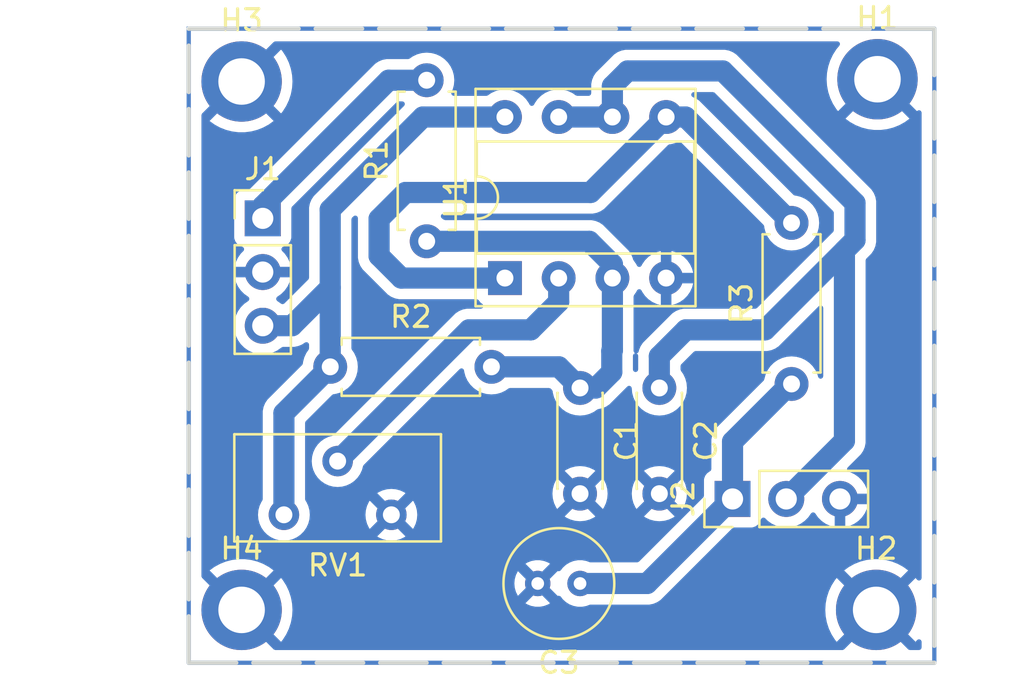
<source format=kicad_pcb>
(kicad_pcb (version 20240108) (generator "pcbnew") (generator_version "8.0")
  (layers (0 "F.Cu" signal) (31 "B.Cu" signal) (34 "B.Paste" user) (35 "F.Paste" user) (36 "B.SilkS" user "B.Silkscreen") (37 "F.SilkS" user "F.Silkscreen") (38 "B.Mask" user) (39 "F.Mask" user) (44 "Edge.Cuts" user))
  (net 0 "")
  (net 1 "GND_G1")
  (net 2 "D_hall")
  (net 3 "3.3V")
  (net 4 "Net-(J1-Pin_1)")
  (net 5 "Net-(U1A-+)")
  (net 6 "Net-(U1B-+)")
  (net 7 "Net-(U1A--)")
  (footprint "MountingHole:MountingHole_2.2mm_M2_DIN965_Pad" (layer "F.Cu") (at 77.5 52.25)
    (property "Reference" "H4" (at 0 -2.9 0) (layer "F.SilkS"))
    (property "Value" "MountingHole_Pad")
    (pad "1" thru_hole circle (at 0 0) (size 3.8 3.8) (drill 2.2) (layers "*.Cu" "*.Mask") (net 1 "GND_G1"))
  )
  (footprint "MountingHole:MountingHole_2.2mm_M2_DIN965_Pad" (layer "F.Cu") (at 77.5 27.25)
    (property "Reference" "H3" (at 0 -2.9 0) (layer "F.SilkS"))
    (property "Value" "MountingHole_Pad")
    (pad "1" thru_hole circle (at 0 0) (size 3.8 3.8) (drill 2.2) (layers "*.Cu" "*.Mask") (net 1 "GND_G1"))
  )
  (footprint "Resistor_THT:R_Axial_DIN0207_L6.3mm_D2.5mm_P7.62mm_Horizontal" (layer "F.Cu") (at 81.69 40.75)
    (property "Reference" "R2" (at 3.81 -2.37 0) (layer "F.SilkS"))
    (property "Value" "1k")
    (fp_line (start 0.54 -1.37) (end 7.08 -1.37) (stroke (width 0.12)) (layer "F.SilkS"))
    (fp_line (start 0.54 -1.04) (end 0.54 -1.37) (stroke (width 0.12)) (layer "F.SilkS"))
    (fp_line (start 0.54 1.04) (end 0.54 1.37) (stroke (width 0.12)) (layer "F.SilkS"))
    (fp_line (start 0.54 1.37) (end 7.08 1.37) (stroke (width 0.12)) (layer "F.SilkS"))
    (fp_line (start 7.08 -1.37) (end 7.08 -1.04) (stroke (width 0.12)) (layer "F.SilkS"))
    (fp_line (start 7.08 1.37) (end 7.08 1.04) (stroke (width 0.12)) (layer "F.SilkS"))
    (pad "1" thru_hole circle (at 0 0) (size 1.6 1.6) (drill 0.8) (layers "*.Cu" "*.Mask") (net 3 "3.3V"))
    (pad "2" thru_hole oval (at 7.62 0) (size 1.6 1.6) (drill 0.8) (layers "*.Cu" "*.Mask") (net 5 "Net-(U1A-+)"))
  )
  (footprint "Package_DIP:DIP-8_W7.62mm_Socket" (layer "F.Cu") (at 89.95 36.55 90)
    (property "Reference" "U1" (at 3.81 -2.33 90) (layer "F.SilkS"))
    (property "Value" "TL082")
    (fp_line (start 8.95 -1.39) (end -1.33 -1.39) (stroke (width 0.12)) (layer "F.SilkS"))
    (fp_line (start -1.33 -1.39) (end -1.33 9.01) (stroke (width 0.12)) (layer "F.SilkS"))
    (fp_line (start 6.46 -1.33) (end 4.81 -1.33) (stroke (width 0.12)) (layer "F.SilkS"))
    (fp_line (start 2.81 -1.33) (end 1.16 -1.33) (stroke (width 0.12)) (layer "F.SilkS"))
    (fp_line (start 1.16 -1.33) (end 1.16 8.95) (stroke (width 0.12)) (layer "F.SilkS"))
    (fp_line (start 6.46 8.95) (end 6.46 -1.33) (stroke (width 0.12)) (layer "F.SilkS"))
    (fp_line (start 1.16 8.95) (end 6.46 8.95) (stroke (width 0.12)) (layer "F.SilkS"))
    (fp_line (start 8.95 9.01) (end 8.95 -1.39) (stroke (width 0.12)) (layer "F.SilkS"))
    (fp_line (start -1.33 9.01) (end 8.95 9.01) (stroke (width 0.12)) (layer "F.SilkS"))
    (fp_arc (start 4.81 -1.33) (mid 3.81 -0.33) (end 2.81 -1.33) (stroke (width 0.12)) (layer "F.SilkS"))
    (pad "1" thru_hole rect (at 0 0 90) (size 1.6 1.6) (drill 0.8) (layers "*.Cu" "*.Mask") (net 6 "Net-(U1B-+)"))
    (pad "2" thru_hole oval (at 0 2.54 90) (size 1.6 1.6) (drill 0.8) (layers "*.Cu" "*.Mask") (net 7 "Net-(U1A--)"))
    (pad "3" thru_hole oval (at 0 5.08 90) (size 1.6 1.6) (drill 0.8) (layers "*.Cu" "*.Mask") (net 5 "Net-(U1A-+)"))
    (pad "4" thru_hole oval (at 0 7.62 90) (size 1.6 1.6) (drill 0.8) (layers "*.Cu" "*.Mask") (net 1 "GND_G1"))
    (pad "5" thru_hole oval (at 7.62 7.62 90) (size 1.6 1.6) (drill 0.8) (layers "*.Cu" "*.Mask") (net 6 "Net-(U1B-+)"))
    (pad "6" thru_hole oval (at 7.62 5.08 90) (size 1.6 1.6) (drill 0.8) (layers "*.Cu" "*.Mask") (net 2 "D_hall"))
    (pad "7" thru_hole oval (at 7.62 2.54 90) (size 1.6 1.6) (drill 0.8) (layers "*.Cu" "*.Mask") (net 2 "D_hall"))
    (pad "8" thru_hole oval (at 7.62 0 90) (size 1.6 1.6) (drill 0.8) (layers "*.Cu" "*.Mask") (net 3 "3.3V"))
  )
  (footprint "Potentiometer_THT:Potentiometer_Bourns_3296Y_Vertical" (layer "F.Cu") (at 79.5 47.75 180)
    (property "Reference" "RV1" (at -2.54 -2.39 360) (layer "F.SilkS"))
    (property "Value" "100k")
    (fp_line (start 2.345 -1.26) (end 2.345 3.81) (stroke (width 0.12)) (layer "F.SilkS"))
    (fp_line (start -7.425 3.81) (end 2.345 3.81) (stroke (width 0.12)) (layer "F.SilkS"))
    (fp_line (start -7.425 -1.26) (end 2.345 -1.26) (stroke (width 0.12)) (layer "F.SilkS"))
    (fp_line (start -7.425 -1.26) (end -7.425 3.81) (stroke (width 0.12)) (layer "F.SilkS"))
    (pad "1" thru_hole circle (at 0 0 180) (size 1.44 1.44) (drill 0.8) (layers "*.Cu" "*.Mask") (net 3 "3.3V"))
    (pad "2" thru_hole circle (at -2.54 2.54 180) (size 1.44 1.44) (drill 0.8) (layers "*.Cu" "*.Mask") (net 7 "Net-(U1A--)"))
    (pad "3" thru_hole circle (at -5.08 0 180) (size 1.44 1.44) (drill 0.8) (layers "*.Cu" "*.Mask") (net 1 "GND_G1"))
  )
  (footprint "Connector_PinHeader_2.54mm:PinHeader_1x03_P2.54mm_Vertical" (layer "F.Cu") (at 78.5 33.725)
    (property "Reference" "J1" (at 0 -2.33 0) (layer "F.SilkS"))
    (property "Value" "Conn_01x03")
    (fp_line (start -1.33 -1.33) (end 0 -1.33) (stroke (width 0.12)) (layer "F.SilkS"))
    (fp_line (start -1.33 0) (end -1.33 -1.33) (stroke (width 0.12)) (layer "F.SilkS"))
    (fp_line (start -1.33 1.27) (end -1.33 6.41) (stroke (width 0.12)) (layer "F.SilkS"))
    (fp_line (start -1.33 1.27) (end 1.33 1.27) (stroke (width 0.12)) (layer "F.SilkS"))
    (fp_line (start -1.33 6.41) (end 1.33 6.41) (stroke (width 0.12)) (layer "F.SilkS"))
    (fp_line (start 1.33 1.27) (end 1.33 6.41) (stroke (width 0.12)) (layer "F.SilkS"))
    (pad "1" thru_hole rect (at 0 0) (size 1.7 1.7) (drill 1) (layers "*.Cu" "*.Mask") (net 4 "Net-(J1-Pin_1)"))
    (pad "2" thru_hole oval (at 0 2.54) (size 1.7 1.7) (drill 1) (layers "*.Cu" "*.Mask") (net 1 "GND_G1"))
    (pad "3" thru_hole oval (at 0 5.08) (size 1.7 1.7) (drill 1) (layers "*.Cu" "*.Mask") (net 3 "3.3V"))
  )
  (footprint "Resistor_THT:R_Axial_DIN0207_L6.3mm_D2.5mm_P7.62mm_Horizontal" (layer "F.Cu") (at 86.25 34.81 90)
    (property "Reference" "R1" (at 3.81 -2.37 90) (layer "F.SilkS"))
    (property "Value" "100")
    (fp_line (start 7.08 -1.37) (end 7.08 -1.04) (stroke (width 0.12)) (layer "F.SilkS"))
    (fp_line (start 0.54 -1.37) (end 7.08 -1.37) (stroke (width 0.12)) (layer "F.SilkS"))
    (fp_line (start 0.54 -1.04) (end 0.54 -1.37) (stroke (width 0.12)) (layer "F.SilkS"))
    (fp_line (start 0.54 1.04) (end 0.54 1.37) (stroke (width 0.12)) (layer "F.SilkS"))
    (fp_line (start 7.08 1.37) (end 7.08 1.04) (stroke (width 0.12)) (layer "F.SilkS"))
    (fp_line (start 0.54 1.37) (end 7.08 1.37) (stroke (width 0.12)) (layer "F.SilkS"))
    (pad "1" thru_hole circle (at 0 0 90) (size 1.6 1.6) (drill 0.8) (layers "*.Cu" "*.Mask") (net 5 "Net-(U1A-+)"))
    (pad "2" thru_hole oval (at 7.62 0 90) (size 1.6 1.6) (drill 0.8) (layers "*.Cu" "*.Mask") (net 4 "Net-(J1-Pin_1)"))
  )
  (footprint "Capacitor_THT:C_Disc_D4.3mm_W1.9mm_P5.00mm" (layer "F.Cu") (at 97.25 41.75 -90)
    (property "Reference" "C2" (at 2.5 -2.2 90) (layer "F.SilkS"))
    (property "Value" "104")
    (fp_line (start 0.23 1.07) (end 4.77 1.07) (stroke (width 0.12)) (layer "F.SilkS"))
    (fp_line (start 0.23 1.055) (end 0.23 1.07) (stroke (width 0.12)) (layer "F.SilkS"))
    (fp_line (start 4.77 1.055) (end 4.77 1.07) (stroke (width 0.12)) (layer "F.SilkS"))
    (fp_line (start 0.23 -1.07) (end 0.23 -1.055) (stroke (width 0.12)) (layer "F.SilkS"))
    (fp_line (start 0.23 -1.07) (end 4.77 -1.07) (stroke (width 0.12)) (layer "F.SilkS"))
    (fp_line (start 4.77 -1.07) (end 4.77 -1.055) (stroke (width 0.12)) (layer "F.SilkS"))
    (pad "1" thru_hole circle (at 0 0 270) (size 1.6 1.6) (drill 0.8) (layers "*.Cu" "*.Mask") (net 2 "D_hall"))
    (pad "2" thru_hole circle (at 5 0 270) (size 1.6 1.6) (drill 0.8) (layers "*.Cu" "*.Mask") (net 1 "GND_G1"))
  )
  (footprint "MountingHole:MountingHole_2.2mm_M2_DIN965_Pad" (layer "F.Cu") (at 107.563294 27.142117)
    (property "Reference" "H1" (at 0 -2.9 0) (layer "F.SilkS"))
    (property "Value" "MountingHole_Pad")
    (pad "1" thru_hole circle (at 0 0) (size 3.8 3.8) (drill 2.2) (layers "*.Cu" "*.Mask") (net 1 "GND_G1"))
  )
  (footprint "Resistor_THT:R_Axial_DIN0207_L6.3mm_D2.5mm_P7.62mm_Horizontal" (layer "F.Cu") (at 103.5 41.56 90)
    (property "Reference" "R3" (at 3.81 -2.37 90) (layer "F.SilkS"))
    (property "Value" "10k")
    (fp_line (start 7.08 -1.37) (end 7.08 -1.04) (stroke (width 0.12)) (layer "F.SilkS"))
    (fp_line (start 0.54 -1.37) (end 7.08 -1.37) (stroke (width 0.12)) (layer "F.SilkS"))
    (fp_line (start 0.54 -1.04) (end 0.54 -1.37) (stroke (width 0.12)) (layer "F.SilkS"))
    (fp_line (start 0.54 1.04) (end 0.54 1.37) (stroke (width 0.12)) (layer "F.SilkS"))
    (fp_line (start 7.08 1.37) (end 7.08 1.04) (stroke (width 0.12)) (layer "F.SilkS"))
    (fp_line (start 0.54 1.37) (end 7.08 1.37) (stroke (width 0.12)) (layer "F.SilkS"))
    (pad "1" thru_hole circle (at 0 0 90) (size 1.6 1.6) (drill 0.8) (layers "*.Cu" "*.Mask") (net 3 "3.3V"))
    (pad "2" thru_hole oval (at 7.62 0 90) (size 1.6 1.6) (drill 0.8) (layers "*.Cu" "*.Mask") (net 6 "Net-(U1B-+)"))
  )
  (footprint "Connector_PinHeader_2.54mm:PinHeader_1x03_P2.54mm_Vertical" (layer "F.Cu") (at 100.71 47 90)
    (property "Reference" "J2" (at 0 -2.33 90) (layer "F.SilkS"))
    (property "Value" "Conn_01x03")
    (fp_line (start -1.33 -1.33) (end 0 -1.33) (stroke (width 0.12)) (layer "F.SilkS"))
    (fp_line (start -1.33 0) (end -1.33 -1.33) (stroke (width 0.12)) (layer "F.SilkS"))
    (fp_line (start 1.33 1.27) (end 1.33 6.41) (stroke (width 0.12)) (layer "F.SilkS"))
    (fp_line (start -1.33 1.27) (end 1.33 1.27) (stroke (width 0.12)) (layer "F.SilkS"))
    (fp_line (start -1.33 1.27) (end -1.33 6.41) (stroke (width 0.12)) (layer "F.SilkS"))
    (fp_line (start -1.33 6.41) (end 1.33 6.41) (stroke (width 0.12)) (layer "F.SilkS"))
    (pad "1" thru_hole rect (at 0 0 90) (size 1.7 1.7) (drill 1) (layers "*.Cu" "*.Mask") (net 3 "3.3V"))
    (pad "2" thru_hole oval (at 0 2.54 90) (size 1.7 1.7) (drill 1) (layers "*.Cu" "*.Mask") (net 2 "D_hall"))
    (pad "3" thru_hole oval (at 0 5.08 90) (size 1.7 1.7) (drill 1) (layers "*.Cu" "*.Mask") (net 1 "GND_G1"))
  )
  (footprint "MountingHole:MountingHole_2.2mm_M2_DIN965_Pad" (layer "F.Cu") (at 107.5 52.25)
    (property "Reference" "H2" (at 0 -2.9 0) (layer "F.SilkS"))
    (property "Value" "MountingHole_Pad")
    (pad "1" thru_hole circle (at 0 0) (size 3.8 3.8) (drill 2.2) (layers "*.Cu" "*.Mask") (net 1 "GND_G1"))
  )
  (footprint "Capacitor_THT:C_Disc_D4.3mm_W1.9mm_P5.00mm" (layer "F.Cu") (at 93.5 41.75 -90)
    (property "Reference" "C1" (at 2.5 -2.2 90) (layer "F.SilkS"))
    (property "Value" "104")
    (fp_line (start 0.23 1.07) (end 4.77 1.07) (stroke (width 0.12)) (layer "F.SilkS"))
    (fp_line (start 0.23 1.055) (end 0.23 1.07) (stroke (width 0.12)) (layer "F.SilkS"))
    (fp_line (start 4.77 1.055) (end 4.77 1.07) (stroke (width 0.12)) (layer "F.SilkS"))
    (fp_line (start 0.23 -1.07) (end 0.23 -1.055) (stroke (width 0.12)) (layer "F.SilkS"))
    (fp_line (start 0.23 -1.07) (end 4.77 -1.07) (stroke (width 0.12)) (layer "F.SilkS"))
    (fp_line (start 4.77 -1.07) (end 4.77 -1.055) (stroke (width 0.12)) (layer "F.SilkS"))
    (pad "1" thru_hole circle (at 0 0 270) (size 1.6 1.6) (drill 0.8) (layers "*.Cu" "*.Mask") (net 5 "Net-(U1A-+)"))
    (pad "2" thru_hole circle (at 5 0 270) (size 1.6 1.6) (drill 0.8) (layers "*.Cu" "*.Mask") (net 1 "GND_G1"))
  )
  (footprint "Capacitor_THT:C_Radial_D5.0mm_H7.0mm_P2.00mm" (layer "F.Cu") (at 93.5 51 180)
    (property "Reference" "C3" (at 1 -3.75 360) (layer "F.SilkS"))
    (property "Value" "220uF")
    (fp_circle (center 1 0) (end 3.62 0) (stroke (width 0.12)) (fill none) (layer "F.SilkS"))
    (pad "1" thru_hole circle (at 0 0 180) (size 1.2 1.2) (drill 0.6) (layers "*.Cu" "*.Mask") (net 3 "3.3V"))
    (pad "2" thru_hole circle (at 2 0 180) (size 1.2 1.2) (drill 0.6) (layers "*.Cu" "*.Mask") (net 1 "GND_G1"))
  )
  (gr_rect (start 75 24.75) (end 110.25 54.75) (stroke (width 0.2)) (fill none) (layer "B.Cu"))
  (gr_rect (start 75 24.75) (end 110.25 54.75) (stroke (width 0.2) (type dash)) (fill none) (layer "Edge.Cuts"))
  (segment (start 106.5 33) (end 106.5 34.75) (width 1) (layer "B.Cu") (net 2))
  (segment (start 106.5 34.75) (end 102.25 39) (width 1) (layer "B.Cu") (net 2))
  (segment (start 102.25 39) (end 98.5 39) (width 1) (layer "B.Cu") (net 2))
  (segment (start 106 35.25) (end 106 44.25) (width 1) (layer "B.Cu") (net 2))
  (segment (start 95.03 27.47) (end 95.75 26.75) (width 1) (layer "B.Cu") (net 2))
  (segment (start 95.75 26.75) (end 100.25 26.75) (width 1) (layer "B.Cu") (net 2))
  (segment (start 98.5 39) (end 97.25 40.25) (width 1) (layer "B.Cu") (net 2))
  (segment (start 106.5 34.75) (end 106 35.25) (width 1) (layer "B.Cu") (net 2))
  (segment (start 106 44.25) (end 103.25 47) (width 1) (layer "B.Cu") (net 2))
  (segment (start 95.03 28.93) (end 92.49 28.93) (width 1) (layer "B.Cu") (net 2))
  (segment (start 97.25 40.25) (end 97.25 41.75) (width 1) (layer "B.Cu") (net 2))
  (segment (start 95.03 28.93) (end 95.03 27.47) (width 1) (layer "B.Cu") (net 2))
  (segment (start 100.25 26.75) (end 106.5 33) (width 1) (layer "B.Cu") (net 2))
  (segment (start 81.69 37) (end 79.885 38.805) (width 1) (layer "B.Cu") (net 3))
  (segment (start 100.67 47) (end 96.67 51) (width 1) (layer "B.Cu") (net 3))
  (segment (start 79.5 42.94) (end 79.5 47.75) (width 1) (layer "B.Cu") (net 3))
  (segment (start 103.44 41.56) (end 100.71 44.29) (width 1) (layer "B.Cu") (net 3))
  (segment (start 81.69 33.31) (end 81.69 40.75) (width 1) (layer "B.Cu") (net 3))
  (segment (start 86.07 28.93) (end 81.69 33.31) (width 1) (layer "B.Cu") (net 3))
  (segment (start 81.69 40.75) (end 79.5 42.94) (width 1) (layer "B.Cu") (net 3))
  (segment (start 100.71 44.29) (end 100.71 47) (width 1) (layer "B.Cu") (net 3))
  (segment (start 100.71 47) (end 100.67 47) (width 1) (layer "B.Cu") (net 3))
  (segment (start 96.67 51) (end 93.5 51) (width 1) (layer "B.Cu") (net 3))
  (segment (start 79.885 38.805) (end 78.5 38.805) (width 1) (layer "B.Cu") (net 3))
  (segment (start 89.95 28.93) (end 86.07 28.93) (width 1) (layer "B.Cu") (net 3))
  (segment (start 103.5 41.56) (end 103.44 41.56) (width 1) (layer "B.Cu") (net 3))
  (segment (start 78.5 33.14) (end 84.45 27.19) (width 1) (layer "B.Cu") (net 4))
  (segment (start 78.5 33.725) (end 78.5 33.14) (width 1) (layer "B.Cu") (net 4))
  (segment (start 84.45 27.19) (end 86.25 27.19) (width 1) (layer "B.Cu") (net 4))
  (segment (start 95 41) (end 94.25 41.75) (width 1) (layer "B.Cu") (net 5))
  (segment (start 95.03 36.55) (end 95.03 39.97) (width 1) (layer "B.Cu") (net 5))
  (segment (start 95 40) (end 95 41) (width 1) (layer "B.Cu") (net 5))
  (segment (start 95.03 35.9) (end 93.94 34.81) (width 1) (layer "B.Cu") (net 5))
  (segment (start 94.25 41.75) (end 93.5 41.75) (width 1) (layer "B.Cu") (net 5))
  (segment (start 89.31 40.75) (end 92.5 40.75) (width 1) (layer "B.Cu") (net 5))
  (segment (start 93.94 34.81) (end 86.25 34.81) (width 1) (layer "B.Cu") (net 5))
  (segment (start 95.03 36.55) (end 95.03 35.9) (width 1) (layer "B.Cu") (net 5))
  (segment (start 92.5 40.75) (end 93.5 41.75) (width 1) (layer "B.Cu") (net 5))
  (segment (start 95.03 39.97) (end 95 40) (width 1) (layer "B.Cu") (net 5))
  (segment (start 85.05 36.55) (end 89.95 36.55) (width 1) (layer "B.Cu") (net 6))
  (segment (start 84 35.5) (end 85.05 36.55) (width 1) (layer "B.Cu") (net 6))
  (segment (start 85.25 32.5) (end 84 33.75) (width 1) (layer "B.Cu") (net 6))
  (segment (start 97.57 28.93) (end 94 32.5) (width 1) (layer "B.Cu") (net 6))
  (segment (start 94 32.5) (end 85.25 32.5) (width 1) (layer "B.Cu") (net 6))
  (segment (start 97.62 28.88) (end 97.57 28.93) (width 1) (layer "B.Cu") (net 6))
  (segment (start 97.57 28.93) (end 98.49 28.93) (width 1) (layer "B.Cu") (net 6))
  (segment (start 98.49 28.93) (end 103.5 33.94) (width 1) (layer "B.Cu") (net 6))
  (segment (start 84 33.75) (end 84 35.5) (width 1) (layer "B.Cu") (net 6))
  (segment (start 88.25 39) (end 82.04 45.21) (width 1) (layer "B.Cu") (net 7))
  (segment (start 91.17137 39) (end 88.25 39) (width 1) (layer "B.Cu") (net 7))
  (segment (start 92.49 37.68137) (end 91.17137 39) (width 1) (layer "B.Cu") (net 7))
  (segment (start 92.49 36.55) (end 92.49 37.68137) (width 1) (layer "B.Cu") (net 7))
  (zone (net 1) (net_name "GND_G1") (layer "B.Cu") (connect_pads (clearance 0.5)) (min_thickness 0.25) (fill yes (thermal_gap 0.5) (thermal_bridge_width 0.5))
    (polygon (pts (xy 110.25 24.75) (xy 110.25 54.75) (xy 75 54.75) (xy 75 24.75)))
  )
)
</source>
